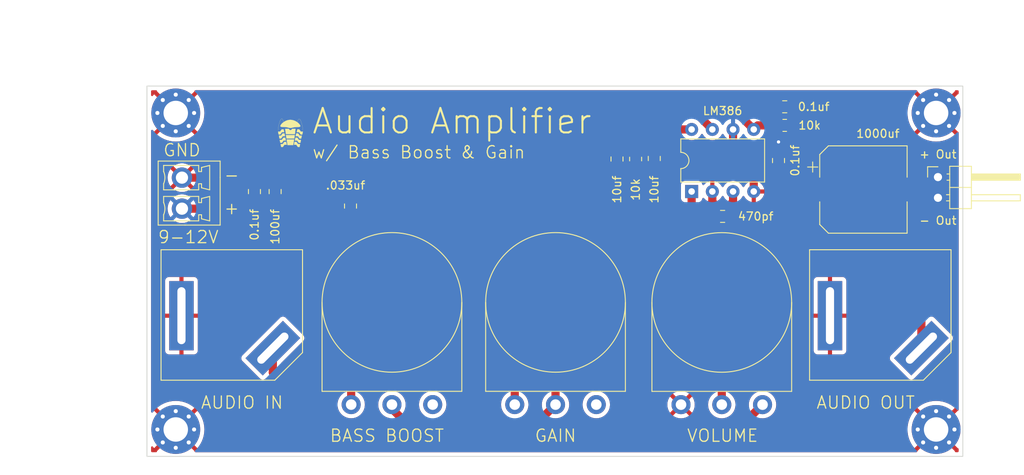
<source format=kicad_pcb>
(kicad_pcb (version 20211014) (generator pcbnew)
  (layers (0 "F.Cu" signal) (31 "B.Cu" signal) (34 "B.Paste" user) (35 "F.Paste" user) (36 "B.SilkS" user "B.Silkscreen") (37 "F.SilkS" user "F.Silkscreen") (38 "B.Mask" user) (39 "F.Mask" user) (44 "Edge.Cuts" user))
  (net 0 "")
  (net 1 "GND")
  (net 2 "+12V")
  (net 3 "Net-(C3-Pad2)")
  (net 4 "Net-(C5-Pad1)")
  (net 5 "Net-(C6-Pad1)")
  (net 6 "Net-(C6-Pad2)")
  (net 7 "Net-(C7-Pad1)")
  (net 8 "Net-(C7-Pad2)")
  (net 9 "Net-(C8-Pad1)")
  (net 10 "/AUDIO_OUT")
  (net 11 "/AUDIO_IN")
  (net 12 "Net-(R1-Pad1)")
  (net 14 "Net-(RV2-Pad2)")
  (footprint "Capacitor_SMD:C_0805_2012Metric" (layer "F.Cu") (at 93.298 132.842 -90)
    (fp_text reference "C7" hide)
    (fp_text value "C" hide)
    (fp_line (start -0.261252 0.735) (end 0.261252 0.735) (layer "F.SilkS") (width 0.12))
    (fp_line (start -0.261252 -0.735) (end 0.261252 -0.735) (layer "F.SilkS") (width 0.12))
    (pad "1" smd roundrect locked (at -0.95 0 270) (size 1 1.45) (layers "F.Cu" "F.Paste" "F.Mask") (net 7 "Net-(C7-Pad1)"))
    (pad "2" smd roundrect locked (at 0.95 0 270) (size 1 1.45) (layers "F.Cu" "F.Paste" "F.Mask") (net 8 "Net-(C7-Pad2)"))
  )
  (footprint "LIBRARY-8-bit-computer:ACJS-MV35-3S-audio-jack" (layer "F.Cu") (at 157.734 145.571)
    (fp_text reference "J3" hide)
    (fp_text value "AudioJack2" hide)
    (fp_line (start 9.225 5.265) (end 9.225 -7.366) (layer "F.SilkS") (width 0.12))
    (fp_line (start 9.225 -7.366) (end -8.128 -7.366) (layer "F.SilkS") (width 0.12))
    (fp_line (start -8.128 8.655) (end 5.825 8.655) (layer "F.SilkS") (width 0.12))
    (fp_line (start -8.128 -7.366) (end -8.128 8.655) (layer "F.SilkS") (width 0.12))
    (fp_line (start 5.825 8.655) (end 9.225 5.255) (layer "F.SilkS") (width 0.12))
    (pad "S" thru_hole rect (at -5.625 0.733) (size 3 8.5) (drill oval 1 7) (layers *.Cu *.Mask) (net 1 "GND"))
    (pad "T" thru_hole rect (at 5.585 4.715 315) (size 3 6.5) (drill oval 1 5) (layers *.Cu *.Mask) (net 10 "/AUDIO_OUT"))
  )
  (footprint "MountingHole:MountingHole_3mm_Pad_Via" (layer "F.Cu") (at 71.861 160.274)
    (fp_text reference "H2" hide)
    (fp_text value "MountingHole_Pad" hide)
    (pad "1" thru_hole circle locked (at -1.59099 -1.59099) (size 0.8 0.8) (drill 0.5) (layers *.Cu *.Mask) (net 1 "GND"))
    (pad "1" thru_hole circle locked (at 0 -2.25) (size 0.8 0.8) (drill 0.5) (layers *.Cu *.Mask) (net 1 "GND"))
    (pad "1" thru_hole circle locked (at 2.25 0) (size 0.8 0.8) (drill 0.5) (layers *.Cu *.Mask) (net 1 "GND"))
    (pad "1" thru_hole circle locked (at -2.25 0) (size 0.8 0.8) (drill 0.5) (layers *.Cu *.Mask) (net 1 "GND"))
    (pad "1" thru_hole circle locked (at 0 2.25) (size 0.8 0.8) (drill 0.5) (layers *.Cu *.Mask) (net 1 "GND"))
    (pad "1" thru_hole circle locked (at 0 0) (size 6 6) (drill 3) (layers *.Cu *.Mask) (net 1 "GND"))
    (pad "1" thru_hole circle locked (at 1.59099 1.59099) (size 0.8 0.8) (drill 0.5) (layers *.Cu *.Mask) (net 1 "GND"))
    (pad "1" thru_hole circle locked (at 1.59099 -1.59099) (size 0.8 0.8) (drill 0.5) (layers *.Cu *.Mask) (net 1 "GND"))
    (pad "1" thru_hole circle locked (at -1.59099 1.59099) (size 0.8 0.8) (drill 0.5) (layers *.Cu *.Mask) (net 1 "GND"))
  )
  (footprint "Capacitor_SMD:C_0805_2012Metric" (layer "F.Cu") (at 130.556 127 -90)
    (fp_text reference "C6" hide)
    (fp_text value "C" hide)
    (fp_line (start -0.261252 0.735) (end 0.261252 0.735) (layer "F.SilkS") (width 0.12))
    (fp_line (start -0.261252 -0.735) (end 0.261252 -0.735) (layer "F.SilkS") (width 0.12))
    (pad "1" smd roundrect locked (at -0.95 0 270) (size 1 1.45) (layers "F.Cu" "F.Paste" "F.Mask") (net 5 "Net-(C6-Pad1)"))
    (pad "2" smd roundrect locked (at 0.95 0 270) (size 1 1.45) (layers "F.Cu" "F.Paste" "F.Mask") (net 6 "Net-(C6-Pad2)"))
  )
  (footprint "Capacitor_SMD:C_0805_2012Metric" (layer "F.Cu") (at 81.513 131.064 -90)
    (fp_text reference "C1" hide)
    (fp_text value "C" hide)
    (fp_line (start -0.261252 -0.735) (end 0.261252 -0.735) (layer "F.SilkS") (width 0.12))
    (fp_line (start -0.261252 0.735) (end 0.261252 0.735) (layer "F.SilkS") (width 0.12))
    (pad "1" smd roundrect locked (at -0.95 0 270) (size 1 1.45) (layers "F.Cu" "F.Paste" "F.Mask") (net 1 "GND"))
    (pad "2" smd roundrect locked (at 0.95 0 270) (size 1 1.45) (layers "F.Cu" "F.Paste" "F.Mask") (net 2 "+12V"))
  )
  (footprint "Package_DIP:DIP-8_W7.62mm" (layer "F.Cu") (at 135.138 131.054 90)
    (fp_text reference "U1" hide)
    (fp_text value "LM386" hide)
    (fp_line (start 2.81 -1.33) (end 1.16 -1.33) (layer "F.SilkS") (width 0.12))
    (fp_line (start 1.16 -1.33) (end 1.16 8.95) (layer "F.SilkS") (width 0.12))
    (fp_line (start 1.16 8.95) (end 6.46 8.95) (layer "F.SilkS") (width 0.12))
    (fp_line (start 6.46 -1.33) (end 4.81 -1.33) (layer "F.SilkS") (width 0.12))
    (fp_line (start 6.46 8.95) (end 6.46 -1.33) (layer "F.SilkS") (width 0.12))
    (fp_arc (start 4.81 -1.33) (mid 3.81 -0.33) (end 2.81 -1.33) (layer "F.SilkS") (width 0.12))
    (pad "1" thru_hole rect locked (at 0 0 90) (size 1.6 1.6) (drill 0.8) (layers *.Cu *.Mask) (net 14 "Net-(RV2-Pad2)"))
    (pad "2" thru_hole oval locked (at 0 2.54 90) (size 1.6 1.6) (drill 0.8) (layers *.Cu *.Mask) (net 1 "GND"))
    (pad "3" thru_hole oval locked (at 0 5.08 90) (size 1.6 1.6) (drill 0.8) (layers *.Cu *.Mask) (net 3 "Net-(C3-Pad2)"))
    (pad "4" thru_hole oval locked (at 0 7.62 90) (size 1.6 1.6) (drill 0.8) (layers *.Cu *.Mask) (net 1 "GND"))
    (pad "5" thru_hole oval locked (at 7.62 7.62 90) (size 1.6 1.6) (drill 0.8) (layers *.Cu *.Mask) (net 7 "Net-(C7-Pad1)"))
    (pad "6" thru_hole oval locked (at 7.62 5.08 90) (size 1.6 1.6) (drill 0.8) (layers *.Cu *.Mask) (net 2 "+12V"))
    (pad "7" thru_hole oval locked (at 7.62 2.54 90) (size 1.6 1.6) (drill 0.8) (layers *.Cu *.Mask) (net 12 "Net-(R1-Pad1)"))
    (pad "8" thru_hole oval locked (at 7.62 0 90) (size 1.6 1.6) (drill 0.8) (layers *.Cu *.Mask) (net 5 "Net-(C6-Pad1)"))
  )
  (footprint "Capacitor_SMD:C_0805_2012Metric" (layer "F.Cu") (at 145.796 127.254 90)
    (fp_text reference "C4" hide)
    (fp_text value "C" hide)
    (fp_line (start -0.261252 0.735) (end 0.261252 0.735) (layer "F.SilkS") (width 0.12))
    (fp_line (start -0.261252 -0.735) (end 0.261252 -0.735) (layer "F.SilkS") (width 0.12))
    (pad "1" smd roundrect locked (at -0.95 0 90) (size 1 1.45) (layers "F.Cu" "F.Paste" "F.Mask") (net 1 "GND"))
    (pad "2" smd roundrect locked (at 0.95 0 90) (size 1 1.45) (layers "F.Cu" "F.Paste" "F.Mask") (net 2 "+12V"))
  )
  (footprint "Potentiometer_THT:Potentiometer_Omeg_PC16BU_Vertical" (layer "F.Cu") (at 123.444 157.22 90)
    (fp_text reference "RV2" hide)
    (fp_text value "R_Potentiometer_US" hide)
    (fp_line (start 1.63 -13.57) (end 1.63 3.57) (layer "F.SilkS") (width 0.12))
    (fp_line (start 1.63 3.57) (end 12.55 3.57) (layer "F.SilkS") (width 0.12))
    (fp_line (start 1.63 -13.57) (end 12.55 -13.57) (layer "F.SilkS") (width 0.12))
    (fp_circle (center 12.55 -5) (end 21.12 -5) (layer "F.SilkS") (width 0.12) (fill none))
    (pad "1" thru_hole circle (at 0 0 90) (size 2.34 2.34) (drill 1.3) (layers *.Cu *.Mask))
    (pad "2" thru_hole circle (at 0 -5 90) (size 2.34 2.34) (drill 1.3) (layers *.Cu *.Mask) (net 14 "Net-(RV2-Pad2)"))
    (pad "3" thru_hole circle (at 0 -10 90) (size 2.34 2.34) (drill 1.3) (layers *.Cu *.Mask) (net 6 "Net-(C6-Pad2)"))
  )
  (footprint "Potentiometer_THT:Potentiometer_Omeg_PC16BU_Vertical" (layer "F.Cu") (at 103.378 157.22 90)
    (fp_text reference "RV3" hide)
    (fp_text value "R_Potentiometer_US" hide)
    (fp_line (start 1.63 -13.57) (end 1.63 3.57) (layer "F.SilkS") (width 0.12))
    (fp_line (start 1.63 3.57) (end 12.55 3.57) (layer "F.SilkS") (width 0.12))
    (fp_line (start 1.63 -13.57) (end 12.55 -13.57) (layer "F.SilkS") (width 0.12))
    (fp_circle (center 12.55 -5) (end 21.12 -5) (layer "F.SilkS") (width 0.12) (fill none))
    (pad "1" thru_hole circle (at 0 0 90) (size 2.34 2.34) (drill 1.3) (layers *.Cu *.Mask))
    (pad "2" thru_hole circle (at 0 -5 90) (size 2.34 2.34) (drill 1.3) (layers *.Cu *.Mask) (net 14 "Net-(RV2-Pad2)"))
    (pad "3" thru_hole circle (at 0 -10 90) (size 2.34 2.34) (drill 1.3) (layers *.Cu *.Mask) (net 8 "Net-(C7-Pad2)"))
  )
  (footprint "MountingHole:MountingHole_3mm_Pad_Via" (layer "F.Cu") (at 165.125 121.412)
    (fp_text reference "H4" hide)
    (fp_text value "MountingHole_Pad" hide)
    (pad "1" thru_hole circle locked (at -2.25 0) (size 0.8 0.8) (drill 0.5) (layers *.Cu *.Mask) (net 1 "GND"))
    (pad "1" thru_hole circle locked (at 0 0) (size 6 6) (drill 3) (layers *.Cu *.Mask) (net 1 "GND"))
    (pad "1" thru_hole circle locked (at 2.25 0) (size 0.8 0.8) (drill 0.5) (layers *.Cu *.Mask) (net 1 "GND"))
    (pad "1" thru_hole circle locked (at 0 -2.25) (size 0.8 0.8) (drill 0.5) (layers *.Cu *.Mask) (net 1 "GND"))
    (pad "1" thru_hole circle locked (at 1.59099 -1.59099) (size 0.8 0.8) (drill 0.5) (layers *.Cu *.Mask) (net 1 "GND"))
    (pad "1" thru_hole circle locked (at -1.59099 -1.59099) (size 0.8 0.8) (drill 0.5) (layers *.Cu *.Mask) (net 1 "GND"))
    (pad "1" thru_hole circle locked (at -1.59099 1.59099) (size 0.8 0.8) (drill 0.5) (layers *.Cu *.Mask) (net 1 "GND"))
    (pad "1" thru_hole circle locked (at 0 2.25) (size 0.8 0.8) (drill 0.5) (layers *.Cu *.Mask) (net 1 "GND"))
    (pad "1" thru_hole circle locked (at 1.59099 1.59099) (size 0.8 0.8) (drill 0.5) (layers *.Cu *.Mask) (net 1 "GND"))
  )
  (footprint "Resistor_SMD:R_0805_2012Metric" (layer "F.Cu") (at 128.27 127.066 -90)
    (fp_text reference "R1" hide)
    (fp_text value "R_Small_US" hide)
    (fp_line (start -0.227064 0.735) (end 0.227064 0.735) (layer "F.SilkS") (width 0.12))
    (fp_line (start -0.227064 -0.735) (end 0.227064 -0.735) (layer "F.SilkS") (width 0.12))
    (pad "1" smd roundrect (at -0.9125 0 270) (size 1.025 1.4) (layers "F.Cu" "F.Paste" "F.Mask") (roundrect_rratio 0.243902439) (net 12 "Net-(R1-Pad1)"))
    (pad "2" smd roundrect (at 0.9125 0 270) (size 1.025 1.4) (layers "F.Cu" "F.Paste" "F.Mask") (roundrect_rratio 0.243902439) (net 4 "Net-(C5-Pad1)"))
  )
  (footprint "LIBRARY-8-bit-computer:ACJS-MV35-3S-audio-jack" (layer "F.Cu") (at 78.186 145.572)
    (fp_text reference "J1" hide)
    (fp_text value "AudioJack2" hide)
    (fp_line (start 9.225 5.265) (end 9.225 -7.366) (layer "F.SilkS") (width 0.12))
    (fp_line (start 9.225 -7.366) (end -8.128 -7.366) (layer "F.SilkS") (width 0.12))
    (fp_line (start -8.128 -7.366) (end -8.128 8.655) (layer "F.SilkS") (width 0.12))
    (fp_line (start 5.825 8.655) (end 9.225 5.255) (layer "F.SilkS") (width 0.12))
    (fp_line (start -8.128 8.655) (end 5.825 8.655) (layer "F.SilkS") (width 0.12))
    (pad "S" thru_hole rect (at -5.625 0.733) (size 3 8.5) (drill oval 1 7) (layers *.Cu *.Mask) (net 1 "GND"))
    (pad "T" thru_hole rect (at 5.585 4.715 315) (size 3 6.5) (drill oval 1 5) (layers *.Cu *.Mask) (net 11 "/AUDIO_IN"))
  )
  (footprint "Potentiometer_THT:Potentiometer_Omeg_PC16BU_Vertical" (layer "F.Cu") (at 143.837 157.226 90)
    (fp_text reference "RV1" hide)
    (fp_text value "R_Potentiometer_US" hide)
    (fp_line (start 1.63 3.57) (end 12.55 3.57) (layer "F.SilkS") (width 0.12))
    (fp_line (start 1.63 -13.57) (end 12.55 -13.57) (layer "F.SilkS") (width 0.12))
    (fp_line (start 1.63 -13.57) (end 1.63 3.57) (layer "F.SilkS") (width 0.12))
    (fp_circle (center 12.55 -5) (end 21.12 -5) (layer "F.SilkS") (width 0.12) (fill none))
    (pad "1" thru_hole circle (at 0 0 90) (size 2.34 2.34) (drill 1.3) (layers *.Cu *.Mask) (net 11 "/AUDIO_IN"))
    (pad "2" thru_hole circle (at 0 -5 90) (size 2.34 2.34) (drill 1.3) (layers *.Cu *.Mask) (net 3 "Net-(C3-Pad2)"))
    (pad "3" thru_hole circle (at 0 -10 90) (size 2.34 2.34) (drill 1.3) (layers *.Cu *.Mask) (net 1 "GND"))
  )
  (footprint "Stephenv6:trilobyte-logo-tiny" (layer "F.Cu") (at 85.922 117.986558)
    (fp_text reference "REF**" hide)
    (fp_text value "trilobyte-logo-tiny" hide)
    (fp_line (start -1.499947 5.371484) (end -1.517902 5.521455) (layer "F.SilkS") (width 0.013229))
    (fp_line (start -1.017583 4.145139) (end -1.034326 4.13949) (layer "F.SilkS") (width 0.013229))
    (fp_line (start -1.397819 4.804102) (end -1.442727 5.015423) (layer "F.SilkS") (width 0.013229))
    (fp_line (start -1.190348 4.248147) (end -1.190348 4.248147) (layer "F.SilkS") (width 0.013229))
    (fp_line (start 1.462679 5.036126) (end 1.496527 5.231095) (layer "F.SilkS") (width 0.013229))
    (fp_line (start -0.941923 4.225934) (end -0.97064 4.183765) (layer "F.SilkS") (width 0.013229))
    (fp_line (start -1.308313 4.495001) (end -1.341206 4.594051) (layer "F.SilkS") (width 0.013229))
    (fp_line (start -1.107215 4.157432) (end -1.126997 4.172876) (layer "F.SilkS") (width 0.013229))
    (fp_line (start -0.753785 4.968872) (end -0.787086 4.771878) (layer "F.SilkS") (width 0.013229))
    (fp_line (start 1.210349 4.268917) (end 1.210349 4.268917) (layer "F.SilkS") (width 0.013229))
    (fp_line (start -1.147436 4.193033) (end -1.168547 4.218069) (layer "F.SilkS") (width 0.013229))
    (fp_line (start 0.844399 4.605083) (end 0.864877 4.518135) (layer "F.SilkS") (width 0.013229))
    (fp_line (start -0.890087 4.343738) (end -0.915115 4.279699) (layer "F.SilkS") (width 0.013229))
    (fp_line (start -1.126997 4.172876) (end -1.147436 4.193033) (layer "F.SilkS") (width 0.013229))
    (fp_line (start 1.51993 5.392142) (end 1.537903 5.542092) (layer "F.SilkS") (width 0.013229))
    (fp_line (start -1.168547 4.218069) (end -1.190348 4.248147) (layer "F.SilkS") (width 0.013229))
    (fp_line (start -0.915115 4.279699) (end -0.941923 4.225934) (layer "F.SilkS") (width 0.013229))
    (fp_line (start 0.773786 4.989642) (end 0.807092 4.792648) (layer "F.SilkS") (width 0.013229))
    (fp_line (start -0.82438 4.584313) (end -0.84485 4.497365) (layer "F.SilkS") (width 0.013229))
    (fp_line (start -1.232963 4.319849) (end -1.272259 4.402867) (layer "F.SilkS") (width 0.013229))
    (fp_line (start -1.034326 4.13949) (end -1.051645 4.137731) (layer "F.SilkS") (width 0.013229))
    (fp_line (start 0.864877 4.518135) (end 0.886745 4.437504) (layer "F.SilkS") (width 0.013229))
    (fp_line (start 1.210349 4.268917) (end 1.252942 4.340618) (layer "F.SilkS") (width 0.013229))
    (fp_line (start 1.496527 5.231095) (end 1.51993 5.392142) (layer "F.SilkS") (width 0.013229))
    (fp_line (start 1.054383 4.16026) (end 1.071699 4.1585) (layer "F.SilkS") (width 0.013229))
    (fp_line (start 0.910131 4.364508) (end 0.935166 4.300469) (layer "F.SilkS") (width 0.013229))
    (fp_line (start -0.84485 4.497365) (end -0.866709 4.416734) (layer "F.SilkS") (width 0.013229))
    (fp_line (start 1.18856 4.238838) (end 1.210349 4.268917) (layer "F.SilkS") (width 0.013229))
    (fp_line (start 1.292222 4.423631) (end 1.328265 4.515758) (layer "F.SilkS") (width 0.013229))
    (fp_line (start 0.935166 4.300469) (end 0.961979 4.246704) (layer "F.SilkS") (width 0.013229))
    (fp_line (start 1.252942 4.340618) (end 1.292222 4.423631) (layer "F.SilkS") (width 0.013229))
    (fp_line (start 1.005816 4.188211) (end 1.021458 4.17528) (layer "F.SilkS") (width 0.013229))
    (fp_line (start 1.037641 4.165909) (end 1.054383 4.16026) (layer "F.SilkS") (width 0.013229))
    (fp_line (start -1.47656 5.210416) (end -1.499947 5.371484) (layer "F.SilkS") (width 0.013229))
    (fp_line (start 1.108118 4.167306) (end 1.127254 4.178202) (layer "F.SilkS") (width 0.013229))
    (fp_line (start 1.417762 4.82483) (end 1.462679 5.036126) (layer "F.SilkS") (width 0.013229))
    (fp_line (start -0.866709 4.416734) (end -0.890087 4.343738) (layer "F.SilkS") (width 0.013229))
    (fp_line (start 1.089605 4.160794) (end 1.108118 4.167306) (layer "F.SilkS") (width 0.013229))
    (fp_line (start 1.147029 4.193646) (end 1.167459 4.213803) (layer "F.SilkS") (width 0.013229))
    (fp_line (start 0.807092 4.792648) (end 0.844399 4.605083) (layer "F.SilkS") (width 0.013229))
    (fp_line (start -1.442727 5.015423) (end -1.47656 5.210416) (layer "F.SilkS") (width 0.013229))
    (fp_line (start 1.167459 4.213803) (end 1.18856 4.238838) (layer "F.SilkS") (width 0.013229))
    (fp_line (start 0.961979 4.246704) (end 0.990699 4.204535) (layer "F.SilkS") (width 0.013229))
    (fp_line (start -0.787086 4.771878) (end -0.82438 4.584313) (layer "F.SilkS") (width 0.013229))
    (fp_line (start 1.021458 4.17528) (end 1.037641 4.165909) (layer "F.SilkS") (width 0.013229))
    (fp_line (start -0.985756 4.167441) (end -1.001398 4.154511) (layer "F.SilkS") (width 0.013229))
    (fp_line (start -1.272259 4.402867) (end -1.308313 4.495001) (layer "F.SilkS") (width 0.013229))
    (fp_line (start -1.190348 4.248147) (end -1.232963 4.319849) (layer "F.SilkS") (width 0.013229))
    (fp_line (start -1.069555 4.140024) (end -1.088073 4.146536) (layer "F.SilkS") (width 0.013229))
    (fp_line (start 1.071699 4.1585) (end 1.089605 4.160794) (layer "F.SilkS") (width 0.013229))
    (fp_line (start -1.341206 4.594051) (end -1.371015 4.697818) (layer "F.SilkS") (width 0.013229))
    (fp_line (start -0.97064 4.183765) (end -0.985756 4.167441) (layer "F.SilkS") (width 0.013229))
    (fp_line (start 1.127254 4.178202) (end 1.147029 4.193646) (layer "F.SilkS") (width 0.013229))
    (fp_line (start 0.990699 4.204535) (end 1.005816 4.188211) (layer "F.SilkS") (width 0.013229))
    (fp_line (start -1.371015 4.697818) (end -1.397819 4.804102) (layer "F.SilkS") (width 0.013229))
    (fp_line (start 1.390957 4.718557) (end 1.417762 4.82483) (layer "F.SilkS") (width 0.013229))
    (fp_line (start -1.088073 4.146536) (end -1.107215 4.157432) (layer "F.SilkS") (width 0.013229))
    (fp_line (start 0.886745 4.437504) (end 0.910131 4.364508) (layer "F.SilkS") (width 0.013229))
    (fp_line (start -1.051645 4.137731) (end -1.069555 4.140024) (layer "F.SilkS") (width 0.013229))
    (fp_line (start 1.361151 4.6148) (end 1.390957 4.718557) (layer "F.SilkS") (width 0.013229))
    (fp_line (start 1.328265 4.515758) (end 1.361151 4.6148) (layer "F.SilkS") (width 0.013229))
    (fp_line (start -1.001398 4.154511) (end -1.017583 4.145139) (layer "F.SilkS") (width 0.013229))
    (fp_poly (pts (xy -0.46539 6.67398) (xy -0.352942 7.371156) (xy 0.347014 7.371156) (xy 0.459462 6.67398) (xy -0.46539 6.67398)) (layer "F.SilkS") (width 0.013229) (fill solid))
    (fp_poly (pts (xy -0.825091 5.434804) (xy -0.759606 5.795431) (xy -1.045092 5.795431) (xy -1.232152 6.067422) (xy -1.450169 6.067422) (xy -1.511817 5.704811) (xy -1.261124 5.706795) (xy -1.066258 5.434804) (xy -0.825091 5.434804)) (layer "F.SilkS") (width 0.013229) (fill solid))
    (fp_poly (pts (xy 0.591489 4.7199) (xy 0.588609 4.722146) (xy 0.585669 4.72431) (xy 0.582672 4.726392) (xy 0.579619 4.728389) (xy 0.576512 4.7303) (xy 0.573352 4.732125) (xy 0.570142 4.733862) (xy 0.566882 4.73551) (xy 0.565314 4.734224) (xy 0.561277 4.730979) (xy 0.558646 4.728908) (xy 0.555776 4.726692) (xy 0.552791 4.724445) (xy 0.549817 4.722281) (xy 0.547521 4.720793) (xy 0.545204 4.719338) (xy 0.542868 4.717915) (xy 0.540512 4.716525) (xy 0.538137 4.715169) (xy 0.535743 4.713846) (xy 0.53333 4.712556) (xy 0.530899 4.711301) (xy 0.520299 4.70505) (xy 0.513728 4.701106) (xy 0.506425 4.696617) (xy 0.482745 4.685768) (xy 0.478228 4.683897) (xy 0.472806 4.681717) (xy 0.469752 4.680537) (xy 0.466467 4.679313) (xy 0.462949 4.678054) (xy 0.459197 4.676772) (xy 0.447902 4.673267) (xy 0.441058 4.671191) (xy 0.433532 4.668967) (xy 0.42064 4.665311) (xy 0.412848 4.663193) (xy 0.404213 4.660947) (xy 0.394779 4.65862) (xy 0.384586 4.656261) (xy 0.373678 4.653917) (xy 0.362095 4.651637) (xy 0.351921 4.649786) (xy 0.341721 4.648099) (xy 0.331496 4.646577) (xy 0.321249 4.645221) (xy 0.310981 4.64403) (xy 0.300695 4.643004) (xy 0.290391 4.642144) (xy 0.280074 4.641451) (xy 0.278916 4.632802) (xy 0.277953 4.624875) (xy 0.277516 4.620852) (xy 0.277163 4.617109) (xy 0.276691 4.612367) (xy 0.276377 4.607617) (xy 0.276222 4.602861) (xy 0.276226 4.598103) (xy 0.276388 4.593349) (xy 0.276709 4.588601) (xy 0.277187 4.583864) (xy 0.277825 4.579142) (xy 0.278632 4.575153) (xy 0.279516 4.571182) (xy 0.280477 4.56723) (xy 0.281515 4.563298) (xy 0.282629 4.559387) (xy 0.283818 4.555497) (xy 0.285083 4.551631) (xy 0.286423 4.547788) (xy 0.286424 4.547788) (xy 0.309525 4.55017) (xy 0.320343 4.551393) (xy 0.332132 4.552811) (xy 0.344372 4.554397) (xy 0.356538 4.556123) (xy 0.366155 4.557602) (xy 0.375748 4.559216) (xy 0.385316 4.560966) (xy 0.394859 4.56285) (xy 0.404373 4.56487) (xy 0.413859 4.567023) (xy 0.423314 4.569311) (xy 0.432738 4.571733) (xy 0.44153 4.574085) (xy 0.450284 4.576569) (xy 0.458999 4.579185) (xy 0.467672 4.581932) (xy 0.476303 4.58481) (xy 0.48489 4.587818) (xy 0.493432 4.590956) (xy 0.501926 4.594223) (xy 0.515156 4.599647) (xy 0.522316 4.602458) (xy 0.525927 4.603926) (xy 0.529576 4.605468) (xy 0.533807 4.607359) (xy 0.53882 4.609685) (xy 0.549155 4.614596) (xy 0.553969 4.617186) (xy 0.558496 4.619689) (xy 0.566733 4.624386) (xy 0.573954 4.628586) (xy 0.580244 4.632191) (xy 0.583443 4.633977) (xy 0.586617 4.635806) (xy 0.589766 4.637678) (xy 0.592889 4.639593) (xy 0.595986 4.641549) (xy 0.599056 4.643548) (xy 0.602099 4.645588) (xy 0.605114 4.647669) (xy 0.60785 4.649735) (xy 0.610547 4.651849) (xy 0.613205 4.654011) (xy 0.615823 4.656222) (xy 0.618401 4.658479) (xy 0.620937 4.660783) (xy 0.623432 4.663133) (xy 0.625884 4.665528) (xy 0.608422 4.696881) (xy 0.607693 4.698537) (xy 0.606917 4.700169) (xy 0.606095 4.701775) (xy 0.605227 4.703354) (xy 0.604313 4.704906) (xy 0.603356 4.706429) (xy 0.602354 4.707924) (xy 0.60131 4.709388) (xy 0.600223 4.710821) (xy 0.599095 4.712222) (xy 0.597926 4.713589) (xy 0.596716 4.714923) (xy 0.595467 4.716222) (xy 0.594178 4.717485) (xy 0.592852 4.718711) (xy 0.591488 4.7199) (xy 0.591489 4.7199)) (layer "F.SilkS") (width 0.013229) (fill solid))
    (fp_poly (pts (xy 0.845621 5.434804) (xy 0.780004 5.795431) (xy 1.06549 5.795431) (xy 1.25255 6.067422) (xy 1.470566 6.067422) (xy 1.532214 5.704811) (xy 1.281522 5.706795) (xy 1.086656 5.434804) (xy 0.845621 5.434804)) (layer "F.SilkS") (width 0.013229) (fill solid))
    (fp_poly (pts (xy -0.55548 6.131452) (xy 0.546509 6.131452) (xy 0.481951 6.567088) (xy -0.479545 6.567088) (xy -0.55548 6.131452)) (layer "F.SilkS") (width 0.013229) (fill solid))
    (fp_poly (pts (xy 0.504838 6.969519) (xy 0.439221 7.330279) (xy 0.724706 7.330279) (xy 0.911767 7.60227) (xy 1.129783 7.60227) (xy 1.191431 7.239527) (xy 0.940739 7.241511) (xy 0.745873 6.969519) (xy 0.504838 6.969519)) (layer "F.SilkS") (width 0.013229) (fill solid))
    (fp_poly (pts (xy -0.00303 4.266536) (xy -0.069113 4.268348) (xy -0.13437 4.273651) (xy -0.198703 4.282246) (xy -0.262016 4.293934) (xy -0.32421 4.308515) (xy -0.38519 4.32579) (xy -0.444857 4.34556) (xy -0.503115 4.367625) (xy -0.615016 4.417845) (xy -0.720114 4.474856) (xy -0.817634 4.537063) (xy -0.906797 4.602871) (xy -0.986828 4.670687) (xy -1.056949 4.738917) (xy -1.116383 4.805965) (xy -1.164355 4.870239) (xy -1.200085 4.930143) (xy -1.222799 4.984083) (xy -1.229031 5.008318) (xy -1.231718 5.030465) (xy -1.230762 5.050323) (xy -1.226067 5.067695) (xy -1.219423 5.079972) (xy -1.210251 5.09087) (xy -1.198654 5.100477) (xy -1.184733 5.108882) (xy -1.168593 5.116176) (xy -1.150335 5.122447) (xy -1.130063 5.127785) (xy -1.107878 5.13228) (xy -1.058184 5.139097) (xy -1.002073 5.143613) (xy -0.87389 5.148607) (xy -0.729899 5.152988) (xy -0.65403 5.156737) (xy -0.576674 5.162479) (xy -0.498651 5.170931) (xy -0.420785 5.182808) (xy -0.382167 5.190254) (xy -0.343895 5.198825) (xy -0.306074 5.208609) (xy -0.268804 5.219698) (xy -0.237212 5.229651) (xy -0.205341 5.238342) (xy -0.17323 5.24577) (xy -0.140914 5.251933) (xy -0.108432 5.256832) (xy -0.07582 5.260466) (xy -0.043116 5.262834) (xy -0.010356 5.263936) (xy 0.022421 5.263771) (xy 0.05518 5.262339) (xy 0.087882 5.259639) (xy 0.120491 5.255671) (xy 0.15297 5.250434) (xy 0.185281 5.243928) (xy 0.217387 5.236152) (xy 0.249251 5.227106) (xy 0.326672 5.207381) (xy 0.405603 5.192106) (xy 0.485243 5.180607) (xy 0.564789 5.172209) (xy 0.720386 5.162017) (xy 0.865977 5.156131) (xy 0.995141 5.149154) (xy 1.051557 5.14357) (xy 1.101458 5.135688) (xy 1.144043 5.124835) (xy 1.178509 5.110334) (xy 1.192447 5.101506) (xy 1.204054 5.091512) (xy 1.213229 5.08027) (xy 1.219874 5.067695) (xy 1.224588 5.049974) (xy 1.225549 5.029809) (xy 1.222856 5.007398) (xy 1.216606 4.982938) (xy 1.206899 4.956625) (xy 1.193833 4.928658) (xy 1.177505 4.899232) (xy 1.158015 4.868546) (xy 1.13546 4.836796) (xy 1.109939 4.80418) (xy 1.08155 4.770895) (xy 1.050391 4.737138) (xy 1.016561 4.703106) (xy 0.980158 4.668996) (xy 0.94128 4.635006) (xy 0.900026 4.601333) (xy 0.856493 4.568174) (xy 0.810781 4.535726) (xy 0.762987 4.504186) (xy 0.71321 4.473751) (xy 0.661548 4.444619) (xy 0.608099 4.416987) (xy 0.552962 4.391052) (xy 0.496234 4.367012) (xy 0.438015 4.345062) (xy 0.378403 4.325401) (xy 0.317495 4.308226) (xy 0.255391 4.293733) (xy 0.192188 4.282121) (xy 0.127984 4.273586) (xy 0.062879 4.268325) (xy -0.00303 4.266536)) (layer "F.SilkS") (width 0.013229) (fill solid))
    (fp_poly (pts (xy -0.620965 6.455963) (xy -0.55548 6.81659) (xy -0.840833 6.81659) (xy -1.028026 7.088582) (xy -1.24591 7.088582) (xy -1.307691 6.72597) (xy -1.056866 6.727955) (xy -0.862132 6.455963) (xy -0.620965 6.455963)) (layer "F.SilkS") (width 0.013229) (fill solid))
    (fp_poly (pts (xy -0.720448 5.929045) (xy -0.654963 6.289804) (xy -0.940449 6.289804) (xy -1.127509 6.561796) (xy -1.345394 6.561796) (xy -1.407174 6.199185) (xy -1.156481 6.201037) (xy -0.961616 5.929045) (xy -0.720448 5.929045)) (layer "F.SilkS") (width 0.013229) (fill solid))
    (fp_poly (pts (xy -0.643983 5.370907) (xy -0.174877 5.370907) (xy -0.174098 5.37687) (xy -0.173147 5.382805) (xy -0.172026 5.388707) (xy -0.170736 5.394574) (xy -0.169277 5.4004) (xy -0.16765 5.406184) (xy -0.165856 5.41192) (xy -0.163897 5.417606) (xy -0.162846 5.420012) (xy -0.161749 5.422396) (xy -0.160607 5.424757) (xy -0.15942 5.427094) (xy -0.158188 5.429406) (xy -0.156912 5.431694) (xy -0.155592 5.433956) (xy -0.154229 5.436192) (xy -0.152823 5.438401) (xy -0.151373 5.440583) (xy -0.149882 5.442736) (xy -0.148349 5.444861) (xy -0.146774 5.446956) (xy -0.145158 5.449022) (xy -0.143501 5.451056) (xy -0.141804 5.45306) (xy -0.139515 5.455978) (xy -0.137175 5.458852) (xy -0.134784 5.461681) (xy -0.132342 5.464465) (xy -0.12985 5.467202) (xy -0.127309 5.469892) (xy -0.124719 5.472535) (xy -0.122081 5.475129) (xy -0.119397 5.477675) (xy -0.116665 5.480171) (xy -0.113888 5.482617) (xy -0.111066 5.485012) (xy -0.108199 5.487355) (xy -0.105289 5.489647) (xy -0.102335 5.491885) (xy -0.099339 5.494071) (xy -0.095465 5.49671) (xy -0.091534 5.499255) (xy -0.087548 5.501704) (xy -0.083508 5.504058) (xy -0.079415 5.506314) (xy -0.075273 5.508472) (xy -0.071082 5.510532) (xy -0.066844 5.512492) (xy -0.062561 5.514352) (xy -0.058235 5.516111) (xy -0.053868 5.517768) (xy -0.049461 5.519322) (xy -0.045016 5.520773) (xy -0.040535 5.52212) (xy -0.03602 5.523361) (xy -0.031473 5.524497) (xy -0.027056 5.525552) (xy -0.022616 5.5265) (xy -0.018156 5.52734) (xy -0.013678 5.528073) (xy -0.009184 5.528698) (xy -0.004675 5.529214) (xy -0.000154 5.529622) (xy 0.004378 5.529922) (xy 0.008588 5.530073) (xy 0.012799 5.530125) (xy 0.01701 5.530076) (xy 0.021217 5.529928) (xy 0.025419 5.529679) (xy 0.029615 5.52933) (xy 0.033802 5.528882) (xy 0.03798 5.528334) (xy 0.042011 5.527593) (xy 0.046021 5.526761) (xy 0.050008 5.525841) (xy 0.05397 5.524831) (xy 0.057907 5.523733) (xy 0.061817 5.522548) (xy 0.065698 5.521275) (xy 0.069549 5.519915) (xy 0.073369 5.518469) (xy 0.077155 5.516937) (xy 0.080907 5.51532) (xy 0.084623 5.513618) (xy 0.088302 5.511833) (xy 0.091942 5.509964) (xy 0.095541 5.508011) (xy 0.099099 5.505976) (xy 0.102816 5.503865) (xy 0.106485 5.501676) (xy 0.110102 5.49941) (xy 0.113669 5.497068) (xy 0.117182 5.494651) (xy 0.120641 5.492159) (xy 0.124046 5.489595) (xy 0.127394 5.486959) (xy 0.130684 5.484251) (xy 0.133917 5.481473) (xy 0.137089 5.478625) (xy 0.140201 5.475709) (xy 0.14325 5.472726) (xy 0.146237 5.469675) (xy 0.149159 5.466559) (xy 0.152016 5.463379) (xy 0.15456 5.46061) (xy 0.15703 5.457782) (xy 0.159426 5.454895) (xy 0.161747 5.45195) (xy 0.163991 5.44895) (xy 0.166158 5.445896) (xy 0.168247 5.442789) (xy 0.170256 5.439632) (xy 0.172185 5.436424) (xy 0.174034 5.433169) (xy 0.1758 5.429867) (xy 0.177483 5.42652) (xy 0.179083 5.423129) (xy 0.180598 5.419696) (xy 0.182026 5.416223) (xy 0.183369 5.412711) (xy 0.184965 5.407551) (xy 0.186493 5.40237) (xy 0.187952 5.39717) (xy 0.189343 5.391952) (xy 0.190665 5.386716) (xy 0.191918 5.381463) (xy 0.193102 5.376193) (xy 0.194217 5.370907) (xy 0.634483 5.370907) (xy 0.559474 6.024692) (xy -0.555877 6.024692) (xy -0.643983 5.370907)) (layer "F.SilkS") (width 0.013229) (fill solid))
    (fp_poly (pts (xy -0.513279 6.969519) (xy -0.447662 7.330279) (xy -0.733148 7.330279) (xy -0.920208 7.60227) (xy -1.138225 7.60227) (xy -1.199873 7.239527) (xy -0.94918 7.241511) (xy -0.754314 6.969519) (xy -0.513279 6.969519)) (layer "F.SilkS") (width 0.013229) (fill solid))
    (fp_poly (pts (xy 0.712006 5.929045) (xy 0.646522 6.289804) (xy 0.932007 6.289804) (xy 1.119068 6.561796) (xy 1.337084 6.561796) (xy 1.398732 6.199185) (xy 1.14804 6.201037) (xy 0.953174 5.929045) (xy 0.712006 5.929045)) (layer "F.SilkS") (width 0.013229) (fill solid))
    (fp_poly (pts (xy 0.612523 6.455963) (xy 0.547039 6.81659) (xy 0.832392 6.81659) (xy 1.019584 7.088582) (xy 1.237469 7.088582) (xy 1.299249 6.72597) (xy 1.048556 6.727955) (xy 0.853691 6.455963) (xy 0.612523 6.455963)) (layer "F.SilkS") (width 0.013229) (fill solid))
    (fp_poly (pts (xy -0.301348 4.606922) (xy -0.30145 4.607871) (xy -0.30172 4.609548) (xy -0.302538 4.614033) (xy -0.303729 4.620152) (xy -0.314845 4.62122) (xy -0.325934 4.622514) (xy -0.336992 4.624032) (xy -0.348016 4.625774) (xy -0.359003 4.627739) (xy -0.369948 4.629927) (xy -0.380849 4.632336) (xy -0.391702 4.634968) (xy -0.397398 4.636709) (xy -0.40307 4.638525) (xy -0.408716 4.640416) (xy -0.414337 4.64238) (xy -0.419932 4.644419) (xy -0.425499 4.646531) (xy -0.431039 4.648716) (xy -0.43655 4.650975) (xy -0.438162 4.651618) (xy -0.439975 4.652373) (xy -0.444504 4.654316) (xy -0.450744 4.657003) (xy -0.459304 4.660633) (xy -0.482323 4.670422) (xy -0.48719 4.672742) (xy -0.492019 4.675137) (xy -0.49681 4.677607) (xy -0.501562 4.680151) (xy -0.506273 4.682769) (xy -0.510944 4.68546) (xy -0.515572 4.688223) (xy -0.520158 4.691059) (xy -0.525081 4.694723) (xy -0.52995 4.698538) (xy -0.539654 4.706439) (xy -0.544556 4.710431) (xy -0.549533 4.714389) (xy -0.554619 4.718266) (xy -0.557212 4.72016) (xy -0.559846 4.722016) (xy -0.560278 4.722556) (xy -0.560719 4.723088) (xy -0.561169 4.723612) (xy -0.561628 4.724129) (xy -0.562096 4.724638) (xy -0.562572 4.725139) (xy -0.563056 4.725632) (xy -0.563549 4.726117) (xy -0.564348 4.726898) (xy -0.565077 4.727576) (xy -0.565766 4.728187) (xy -0.566444 4.728763) (xy -0.567884 4.729949) (xy -0.568706 4.730628) (xy -0.569635 4.731409) (xy -0.574662 4.736436) (xy -0.581938 4.744638) (xy -0.586833 4.750326) (xy -0.591159 4.748767) (xy -0.595439 4.747094) (xy -0.599671 4.745308) (xy -0.603853 4.743409) (xy -0.607983 4.7414) (xy -0.612059 4.739281) (xy -0.616078 4.737052) (xy -0.620038 4.734716) (xy -0.622086 4.733576) (xy -0.624096 4.732377) (xy -0.626066 4.73112) (xy -0.627996 4.729806) (xy -0.629883 4.728436) (xy -0.631728 4.727011) (xy -0.633529 4.725532) (xy -0.635284 4.724001) (xy -0.636993 4.722418) (xy -0.638654 4.720784) (xy -0.640266 4.719101) (xy -0.641828 4.717369) (xy -0.64334 4.71559) (xy -0.644799 4.713764) (xy -0.646204 4.711893) (xy -0.647555 4.709977) (xy -0.657609 4.691457) (xy -0.641734 4.673862) (xy -0.635913 4.667925) (xy -0.63113 4.663091) (xy -0.628998 4.660961) (xy -0.627315 4.65931) (xy -0.623572 4.655681) (xy -0.619768 4.652119) (xy -0.615903 4.648625) (xy -0.611978 4.645198) (xy -0.607994 4.641841) (xy -0.603952 4.638553) (xy -0.599853 4.635336) (xy -0.595697 4.63219) (xy -0.592168 4.629313) (xy -0.588592 4.626497) (xy -0.584971 4.623741) (xy -0.581303 4.621046) (xy -0.577592 4.618414) (xy -0.573836 4.615843) (xy -0.570037 4.613336) (xy -0.566196 4.610892) (xy -0.564048 4.609563) (xy -0.561863 4.608246) (xy -0.557332 4.6056) (xy -0.547278 4.599911) (xy -0.540529 4.596182) (xy -0.535157 4.593297) (xy -0.531149 4.591205) (xy -0.528493 4.589857) (xy -0.516851 4.584036) (xy -0.501875 4.577167) (xy -0.486736 4.570687) (xy -0.47144 4.564597) (xy -0.455997 4.558902) (xy -0.440413 4.553604) (xy -0.424696 4.548705) (xy -0.408854 4.544208) (xy -0.392894 4.540116) (xy -0.378848 4.537192) (xy -0.364865 4.534588) (xy -0.351501 4.532325) (xy -0.339316 4.530425) (xy -0.313519 4.526886) (xy -0.312543 4.529197) (xy -0.310178 4.534956) (xy -0.308739 4.538578) (xy -0.307268 4.542401) (xy -0.305872 4.546206) (xy -0.304655 4.549773) (xy -0.303712 4.553266) (xy -0.302866 4.55678) (xy -0.302119 4.560311) (xy -0.301469 4.563858) (xy -0.300917 4.567419) (xy -0.300463 4.570992) (xy -0.300108 4.574575) (xy -0.29985 4.578165) (xy -0.299692 4.581761) (xy -0.299632 4.585361) (xy -0.29967 4.588962) (xy -0.299808 4.592563) (xy -0.300044 4.596162) (xy -0.300379 4.599756) (xy -0.300814 4.603344) (xy -0.301348 4.606922)) (layer "F.SilkS") (width 0.013229) (fill solid))
  )
  (footprint "Capacitor_SMD:CP_Elec_10x10.5" (layer "F.Cu") (at 156.21 130.81)
    (fp_text reference "C9" hide)
    (fp_text value "C_Polarized_US" hide)
    (fp_line (start -5.36 4.295563) (end -5.36 1.51) (layer "F.SilkS") (width 0.12))
    (fp_line (start 5.36 5.36) (end 5.36 1.51) (layer "F.SilkS") (width 0.12))
    (fp_line (start -5.36 -4.295563) (end -5.36 -1.51) (layer "F.SilkS") (width 0.12))
    (fp_line (start 5.36 -5.36) (end 5.36 -1.51) (layer "F.SilkS") (width 0.12))
    (fp_line (start -4.295563 5.36) (end 5.36 5.36) (layer "F.SilkS") (width 0.12))
    (fp_line (start -6.225 -3.385) (end -6.225 -2.135) (layer "F.SilkS") (width 0.12))
    (fp_line (start -6.85 -2.76) (end -5.6 -2.76) (layer "F.SilkS") (width 0.12))
    (fp_line (start -4.295563 -5.36) (end 5.36 -5.36) (layer "F.SilkS") (width 0.12))
    (fp_line (start -5.36 -4.295563) (end -4.295563 -5.36) (layer "F.SilkS") (width 0.12))
    (fp_line (start -5.36 4.295563) (end -4.295563 5.36) (layer "F.SilkS") (width 0.12))
    (pad "1" smd roundrect locked (at -4.2 0) (size 4.4 2.5) (layers "F.Cu" "F.Paste" "F.Mask") (roundrect_rratio 0.1) (net 9 "Net-(C8-Pad1)"))
    (pad "2" smd roundrect locked (at 4.2 0) (size 4.4 2.5) (layers "F.Cu" "F.Paste" "F.Mask") (roundrect_rratio 0.1) (net 10 "/AUDIO_OUT"))
  )
  (footprint "Resistor_SMD:R_0805_2012Metric" (layer "F.Cu") (at 146.558 122.936 180)
    (fp_text reference "R2" hide)
    (fp_text value "R_Small_US" hide)
    (fp_line (start -0.227064 0.735) (end 0.227064 0.735) (layer "F.SilkS") (width 0.12))
    (fp_line (start -0.227064 -0.735) (end 0.227064 -0.735) (layer "F.SilkS") (width 0.12))
    (pad "1" smd roundrect (at -0.9125 0 180) (size 1.025 1.4) (layers "F.Cu" "F.Paste" "F.Mask") (roundrect_rratio 0.243902439) (net 9 "Net-(C8-Pad1)"))
    (pad "2" smd roundrect (at 0.9125 0 180) (size 1.025 1.4) (layers "F.Cu" "F.Paste" "F.Mask") (roundrect_rratio 0.243902439) (net 7 "Net-(C7-Pad1)"))
  )
  (footprint "MountingHole:MountingHole_3mm_Pad_Via" (layer "F.Cu") (at 71.861 121.412)
    (fp_text reference "H3" hide)
    (fp_text value "MountingHole_Pad" hide)
    (pad "1" thru_hole circle locked (at 0 0) (size 6 6) (drill 3) (layers *.Cu *.Mask) (net 1 "GND"))
    (pad "1" thru_hole circle locked (at 1.59099 -1.59099) (size 0.8 0.8) (drill 0.5) (layers *.Cu *.Mask) (net 1 "GND"))
    (pad "1" thru_hole circle locked (at 0 -2.25) (size 0.8 0.8) (drill 0.5) (layers *.Cu *.Mask) (net 1 "GND"))
    (pad "1" thru_hole circle locked (at 1.59099 1.59099) (size 0.8 0.8) (drill 0.5) (layers *.Cu *.Mask) (net 1 "GND"))
    (pad "1" thru_hole circle locked (at -1.59099 -1.59099) (size 0.8 0.8) (drill 0.5) (layers *.Cu *.Mask) (net 1 "GND"))
    (pad "1" thru_hole circle locked (at 0 2.25) (size 0.8 0.8) (drill 0.5) (layers *.Cu *.Mask) (net 1 "GND"))
    (pad "1" thru_hole circle locked (at -2.25 0) (size 0.8 0.8) (drill 0.5) (layers *.Cu *.Mask) (net 1 "GND"))
    (pad "1" thru_hole circle locked (at 2.25 0) (size 0.8 0.8) (drill 0.5) (layers *.Cu *.Mask) (net 1 "GND"))
    (pad "1" thru_hole circle locked (at -1.59099 1.59099) (size 0.8 0.8) (drill 0.5) (layers *.Cu *.Mask) (net 1 "GND"))
  )
  (footprint "Capacitor_SMD:C_0805_2012Metric" (layer "F.Cu") (at 84.053 131.064 -90)
    (fp_text reference "C2" hide)
    (fp_text value "C" hide)
    (fp_line (start -0.261252 -0.735) (end 0.261252 -0.735) (layer "F.SilkS") (width 0.12))
    (fp_line (start -0.261252 0.735) (end 0.261252 0.735) (layer "F.SilkS") (width 0.12))
    (pad "1" smd roundrect locked (at -0.95 0 270) (size 1 1.45) (layers "F.Cu" "F.Paste" "F.Mask") (net 1 "GND"))
    (pad "2" smd roundrect locked (at 0.95 0 270) (size 1 1.45) (layers "F.Cu" "F.Paste" "F.Mask") (net 2 "+12V"))
  )
  (footprint "Connector_PinHeader_2.54mm:PinHeader_1x02_P2.54mm_Horizontal" (layer "F.Cu") (at 165.354 129.286)
    (fp_text reference "J4" hide)
    (fp_text value "Conn_01x02" hide)
    (fp_line (start 4.1 -0.08) (end 10.1 -0.08) (layer "F.SilkS") (width 0.12))
    (fp_line (start 1.44 3.87) (end 4.1 3.87) (layer "F.SilkS") (width 0.12))
    (fp_line (start 1.042929 2.92) (end 1.44 2.92) (layer "F.SilkS") (width 0.12))
    (fp_line (start 4.1 0.16) (end 10.1 0.16) (layer "F.SilkS") (width 0.12))
    (fp_line (start 4.1 0.28) (end 10.1 0.28) (layer "F.SilkS") (width 0.12))
    (fp_line (start 4.1 2.16) (end 10.1 2.16) (layer "F.SilkS") (width 0.12))
    (fp_line (start 1.44 1.27) (end 4.1 1.27) (layer "F.SilkS") (width 0.12))
    (fp_line (start 10.1 -0.38) (end 10.1 0.38) (layer "F.SilkS") (width 0.12))
    (fp_line (start 10.1 2.92) (end 4.1 2.92) (layer "F.SilkS") (width 0.12))
    (fp_line (start 1.11 -0.38) (end 1.44 -0.38) (layer "F.SilkS") (width 0.12))
    (fp_line (start 4.1 3.87) (end 4.1 -1.33) (layer "F.SilkS") (width 0.12))
    (fp_line (start 10.1 0.38) (end 4.1 0.38) (layer "F.SilkS") (width 0.12))
    (fp_line (start 1.44 -1.33) (end 1.44 3.87) (layer "F.SilkS") (width 0.12))
    (fp_line (start 1.11 0.38) (end 1.44 0.38) (layer "F.SilkS") (width 0.12))
    (fp_line (start 1.042929 2.16) (end 1.44 2.16) (layer "F.SilkS") (width 0.12))
    (fp_line (start -1.27 0) (end -1.27 -1.27) (layer "F.SilkS") (width 0.12))
    (fp_line (start 4.1 -1.33) (end 1.44 -1.33) (layer "F.SilkS") (width 0.12))
    (fp_line (start 10.1 2.16) (end 10.1 2.92) (layer "F.SilkS") (width 0.12))
    (fp_line (start 4.1 -0.32) (end 10.1 -0.32) (layer "F.SilkS") (width 0.12))
    (fp_line (start 4.1 -0.38) (end 10.1 -0.38) (layer "F.SilkS") (width 0.12))
    (fp_line (start -1.27 -1.27) (end 0 -1.27) (layer "F.SilkS") (width 0.12))
    (fp_line (start 4.1 -0.2) (end 10.1 -0.2) (layer "F.SilkS") (width 0.12))
    (fp_line (start 4.1 0.04) (end 10.1 0.04) (layer "F.SilkS") (width 0.12))
    (pad "1" thru_hole rect locked (at 0 0) (size 1.7 1.7) (drill 1) (layers *.Cu *.Mask) (net 10 "/AUDIO_OUT"))
    (pad "2" thru_hole oval locked (at 0 2.54) (size 1.7 1.7) (drill 1) (layers *.Cu *.Mask) (net 1 "GND"))
  )
  (footprint "Capacitor_SMD:C_0805_2012Metric" (layer "F.Cu") (at 138.938 134.112)
    (fp_text reference "C3" hide)
    (fp_text value "C" hide)
    (fp_line (start -0.261252 -0.735) (end 0.261252 -0.735) (layer "F.SilkS") (width 0.12))
    (fp_line (start -0.261252 0.735) (end 0.261252 0.735) (layer "F.SilkS") (width 0.12))
    (pad "1" smd roundrect locked (at -0.95 0) (size 1 1.45) (layers "F.Cu" "F.Paste" "F.Mask") (net 1 "GND"))
    (pad "2" smd roundrect locked (at 0.95 0) (size 1 1.45) (layers "F.Cu" "F.Paste" "F.Mask") (net 3 "Net-(C3-Pad2)"))
  )
  (footprint "Capacitor_SMD:C_0805_2012Metric" (layer "F.Cu") (at 146.558 120.65 180)
    (fp_text reference "C8" hide)
    (fp_text value "C" hide)
    (fp_line (start -0.261252 0.735) (end 0.261252 0.735) (layer "F.SilkS") (width 0.12))
    (fp_line (start -0.261252 -0.735) (end 0.261252 -0.735) (layer "F.SilkS") (width 0.12))
    (pad "1" smd roundrect locked (at -0.95 0 180) (size 1 1.45) (layers "F.Cu" "F.Paste" "F.Mask") (net 9 "Net-(C8-Pad1)"))
    (pad "2" smd roundrect locked (at 0.95 0 180) (size 1 1.45) (layers "F.Cu" "F.Paste" "F.Mask") (net 1 "GND"))
  )
  (footprint "Capacitor_SMD:C_0805_2012Metric" (layer "F.Cu") (at 125.984 127.066 90)
    (fp_text reference "C5" hide)
    (fp_text value "C" hide)
    (fp_line (start -0.261252 0.735) (end 0.261252 0.735) (layer "F.SilkS") (width 0.12))
    (fp_line (start -0.261252 -0.735) (end 0.261252 -0.735) (layer "F.SilkS") (width 0.12))
    (pad "1" smd roundrect locked (at -0.95 0 90) (size 1 1.45) (layers "F.Cu" "F.Paste" "F.Mask") (net 4 "Net-(C5-Pad1)"))
    (pad "2" smd roundrect locked (at 0.95 0 90) (size 1 1.45) (layers "F.Cu" "F.Paste" "F.Mask") (net 1 "GND"))
  )
  (footprint "LIBRARY-8-bit-computer:ScrewTerminal_1x2-Connectable" (layer "F.Cu") (at 72.736994 133.146 -90)
    (fp_text reference "J2" hide)
    (fp_text value "Screw_Terminal_01x02" hide)
    (fp_line (start -2.294 2.363994) (end -3.044 2.363994) (layer "F.SilkS") (width 0.12))
    (fp_line (start -1.484 -1.936006) (end -0.734 -1.936006) (layer "F.SilkS") (width 0.12))
    (fp_line (start 1.516 2.363994) (end 0.766 2.363994) (layer "F.SilkS") (width 0.12))
    (fp_line (start 2.032 -0.272) (end 2.032 -4.572) (layer "F.SilkS") (width 0.12))
    (fp_line (start -5.294 -3.286006) (end -2.294 -3.286006) (layer "F.SilkS") (width 0.12))
    (fp_line (start -4.544 -1.936006) (end -4.544 -2.286006) (layer "F.SilkS") (width 0.12))
    (fp_line (start -2.294 -1.936006) (end -2.294 2.363994) (layer "F.SilkS") (width 0.12))
    (fp_line (start -3.044 -1.936006) (end -2.294 -1.936006) (layer "F.SilkS") (width 0.12))
    (fp_line (start -5.294 -1.936006) (end -4.544 -1.936006) (layer "F.SilkS") (width 0.12))
    (fp_line (start -0.734 -2.286006) (end -1.234 -2.286006) (layer "F.SilkS") (width 0.12))
    (fp_line (start -1.484 -3.286006) (end 1.516 -3.286006) (layer "F.SilkS") (width 0.12))
    (fp_line (start -2.294 -3.286006) (end -2.544 -2.286006) (layer "F.SilkS") (width 0.12))
    (fp_line (start 1.516 -3.286006) (end 1.266 -2.286006) (layer "F.SilkS") (width 0.12))
    (fp_line (start -5.044 -2.286006) (end -5.294 -3.286006) (layer "F.SilkS") (width 0.12))
    (fp_line (start -4.544 2.363994) (end -5.294 2.363994) (layer "F.SilkS") (width 0.12))
    (fp_line (start -0.734 2.363994) (end -1.484 2.363994) (layer "F.SilkS") (width 0.12))
    (fp_line (start -0.734 -1.936006) (end -0.734 -2.286006) (layer "F.SilkS") (width 0.12))
    (fp_line (start -5.826 3.03) (end 2.032 3.03) (layer "F.SilkS") (width 0.12))
    (fp_line (start 2.032 -4.572) (end -3.826 -4.572) (layer "F.SilkS") (width 0.12))
    (fp_line (start 0.766 -1.936006) (end 1.516 -1.936006) (layer "F.SilkS") (width 0.12))
    (fp_line (start -5.826 -4.572) (end -5.826 3.03) (layer "F.SilkS") (width 0.12))
    (fp_line (start -3.826 -4.572) (end -5.826 -4.572) (layer "F.SilkS") (width 0.12))
    (fp_line (start -1.484 2.363994) (end -1.484 -1.936006) (layer "F.SilkS") (width 0.12))
    (fp_line (start -5.294 2.363994) (end -5.294 -1.936006) (layer "F.SilkS") (width 0.12))
    (fp_line (start 1.516 -1.936006) (end 1.516 2.363994) (layer "F.SilkS") (width 0.12))
    (fp_line (start 0.766 -2.286006) (end 0.766 -1.936006) (layer "F.SilkS") (width 0.12))
    (fp_line (start -1.234 -2.286006) (end -1.484 -3.286006) (layer "F.SilkS") (width 0.12))
    (fp_line (start 2.032 3.03) (end 2.032 -0.272) (layer "F.SilkS") (width 0.12))
    (fp_line (start -2.544 -2.286006) (end -3.044 -2.286006) (layer "F.SilkS") (width 0.12))
    (fp_line (start 1.266 -2.286006) (end 0.766 -2.286006) (layer "F.SilkS") (width 0.12))
    (fp_line (start -4.544 -2.286006) (end -5.044 -2.286006) (layer "F.SilkS") (width 0.12))
    (fp_line (start -3.044 -2.286006) (end -3.044 -1.936006) (layer "F.SilkS") (width 0.12))
    (fp_arc (start -4.544 2.363994) (mid -3.794193 2.205904) (end -3.044353 2.363838) (layer "F.SilkS") (width 0.12))
    (fp_arc (start -0.734 2.363994) (mid 0.015807 2.205904) (end 0.765647 2.363838) (layer "F.SilkS") (width 0.12))
    (pad "1" thru_hole circle (at -3.794 0.113994 270) (size 2.5 2.5) (drill 1.5) (layers *.Cu *.Mask) (net 1 "GND"))
    (pad "2" thru_hole circle (at 0.016 0.113994 270) (size 2.5 2.5) (drill 1.5) (layers *.Cu *.Mask) (net 2 "+12V"))
  )
  (footprint "MountingHole:MountingHole_3mm_Pad_Via" (layer "F.Cu") (at 165.125 160.274)
    (fp_text reference "H1" hide)
    (fp_text value "MountingHole_Pad" hide)
    (pad "1" thru_hole circle locked (at 1.59099 1.59099) (size 0.8 0.8) (drill 0.5) (layers *.Cu *.Mask) (net 1 "GND"))
    (pad "1" thru_hole circle locked (at 0 2.25) (size 0.8 0.8) (drill 0.5) (layers *.Cu *.Mask) (net 1 "GND"))
    (pad "1" thru_hole circle locked (at 1.59099 -1.59099) (size 0.8 0.8) (drill 0.5) (layers *.Cu *.Mask) (net 1 "GND"))
    (pad "1" thru_hole circle locked (at 0 0) (size 6 6) (drill 3) (layers *.Cu *.Mask) (net 1 "GND"))
    (pad "1" thru_hole circle locked (at -1.59099 1.59099) (size 0.8 0.8) (drill 0.5) (layers *.Cu *.Mask) (net 1 "GND"))
    (pad "1" thru_hole circle locked (at -2.25 0) (size 0.8 0.8) (drill 0.5) (layers *.Cu *.Mask) (net 1 "GND"))
    (pad "1" thru_hole circle locked (at 0 -2.25) (size 0.8 0.8) (drill 0.5) (layers *.Cu *.Mask) (net 1 "GND"))
    (pad "1" thru_hole circle locked (at 2.25 0) (size 0.8 0.8) (drill 0.5) (layers *.Cu *.Mask) (net 1 "GND"))
    (pad "1" thru_hole circle locked (at -1.59099 -1.59099) (size 0.8 0.8) (drill 0.5) (layers *.Cu *.Mask) (net 1 "GND"))
  )
  (gr_rect (start 68.326 118.11) (end 168.402 163.576) (layer "Edge.Cuts") (width 0.1) (fill none))
  (gr_text "100uf" (at 84.053 135.382 90) (layer "F.SilkS") (effects (font (size 1 1))))
  (gr_text "0.1uf" (at 147.828 127.254 90) (layer "F.SilkS") (effects (font (size 1 1))))
  (gr_text "10k" (at 128.27 130.81 90) (layer "F.SilkS") (effects (font (size 1 1))))
  (gr_text "-" (at 78.719 129.032) (layer "F.SilkS") (effects (font (size 1.5 1.5))))
  (gr_text "LM386" (at 138.938 121.158) (layer "F.SilkS") (effects (font (size 1 1))))
  (gr_text "470pf" (at 143.002 134.112) (layer "F.SilkS") (effects (font (size 1 1))))
  (gr_text "BASS BOOST" (at 97.769 161.036) (layer "F.SilkS") (effects (font (size 1.5 1.5))))
  (gr_text "GAIN" (at 118.444 161.036) (layer "F.SilkS") (effects (font (size 1.5 1.5))))
  (gr_text "10k" (at 149.606 122.936) (layer "F.SilkS") (effects (font (size 1 1))))
  (gr_text "1000uf" (at 157.988 123.952) (layer "F.SilkS") (effects (font (size 1 1))))
  (gr_text "GND" (at 72.623 125.984) (layer "F.SilkS") (effects (font (size 1.5 1.5))))
  (gr_text "- Out" (at 165.354 134.62) (layer "F.SilkS") (effects (font (size 1 1))))
  (gr_text "+" (at 78.719 133.096) (layer "F.SilkS") (effects (font (size 1.5 1.5))))
  (gr_text "Audio Amplifier" (at 105.744 122.428) (layer "F.SilkS") (effects (font (size 3 3) (thickness 0.25))))
  (gr_text "+ Out" (at 165.354 126.492) (layer "F.SilkS") (effects (font (size 1 1))))
  (gr_text ".033uf" (at 92.689 130.302) (layer "F.SilkS") (effects (font (size 1 1))))
  (gr_text "AUDIO OUT" (at 156.489 156.972) (layer "F.SilkS") (effects (font (size 1.5 1.5))))
  (gr_text "AUDIO IN" (at 79.989 156.972) (layer "F.SilkS") (effects (font (size 1.5 1.5))))
  (gr_text "9-12V" (at 73.406 136.652) (layer "F.SilkS") (effects (font (size 1.5 1.5))))
  (gr_text "10uf" (at 130.556 130.81 90) (layer "F.SilkS") (effects (font (size 1 1))))
  (gr_text "0.1uf" (at 150.114 120.65) (layer "F.SilkS") (effects (font (size 1 1))))
  (gr_text "0.1uf" (at 81.513 135.128 90) (layer "F.SilkS") (effects (font (size 1 1))))
  (gr_text "w/ Bass Boost & Gain" (at 101.68 126.238) (layer "F.SilkS") (effects (font (size 1.5 1.5))))
  (gr_text "VOLUME" (at 138.938 161.036) (layer "F.SilkS") (effects (font (size 1.5 1.5))))
  (gr_text "10uf" (at 125.984 130.81 90) (layer "F.SilkS") (effects (font (size 1 1))))
  (segment (start 81.513 130.114) (end 77.703 130.114) (width 1) (layer "F.Cu") (net 1))
  (segment (start 137.988 134.112) (end 137.988 132.654) (width 1) (layer "F.Cu") (net 1))
  (segment (start 137.988 132.654) (end 137.668 132.334) (width 1) (layer "F.Cu") (net 1))
  (segment (start 137.678 132.324) (end 137.678 131.054) (width 1) (layer "F.Cu") (net 1))
  (segment (start 84.053 130.114) (end 83.987 130.18) (width 1) (layer "F.Cu") (net 1))
  (segment (start 76.941 129.352) (end 72.623 129.352) (width 1) (layer "F.Cu") (net 1))
  (segment (start 81.579 130.18) (end 81.513 130.114) (width 1) (layer "F.Cu") (net 1))
  (segment (start 142.748 129.286) (end 142.748 129.54) (width 1) (layer "F.Cu") (net 1))
  (segment (start 83.987 130.18) (end 81.579 130.18) (width 1) (layer "F.Cu") (net 1))
  (segment (start 142.748 129.54) (end 142.758 129.55) (width 1) (layer "F.Cu") (net 1))
  (segment (start 142.758 129.55) (end 142.758 131.054) (width 1) (layer "F.Cu") (net 1))
  (segment (start 77.703 130.114) (end 76.941 129.352) (width 1) (layer "F.Cu") (net 1))
  (segment (start 143.83 128.204) (end 142.748 129.286) (width 1) (layer "F.Cu") (net 1))
  (segment (start 145.796 128.204) (end 143.83 128.204) (width 1) (layer "F.Cu") (net 1))
  (segment (start 137.668 132.334) (end 137.678 132.324) (width 1) (layer "F.Cu") (net 1))
  (segment (start 140.218 123.434) (end 140.218 124.724) (width 1) (layer "F.Cu") (net 2))
  (segment (start 145.796 126.304) (end 145.796 124.968) (width 1) (layer "F.Cu") (net 2))
  (segment (start 81.513 132.014) (end 81.579 132.08) (width 1) (layer "F.Cu") (net 2))
  (segment (start 72.623 133.162) (end 76.433 133.162) (width 1) (layer "F.Cu") (net 2))
  (segment (start 140.218 124.724) (end 141.798 126.304) (width 1) (layer "F.Cu") (net 2))
  (segment (start 76.433 133.162) (end 77.581 132.014) (width 1) (layer "F.Cu") (net 2))
  (segment (start 141.798 126.304) (end 145.796 126.304) (width 1) (layer "F.Cu") (net 2))
  (segment (start 83.987 132.08) (end 84.053 132.014) (width 1) (layer "F.Cu") (net 2))
  (segment (start 77.581 132.014) (end 81.513 132.014) (width 1) (layer "F.Cu") (net 2))
  (segment (start 81.579 132.08) (end 83.987 132.08) (width 1) (layer "F.Cu") (net 2))
  (via (at 145.796 124.968) (size 0.8) (drill 0.4) (layers "F.Cu" "B.Cu") (net 2))
  (segment (start 139.888 132.654) (end 140.218 132.324) (width 1) (layer "F.Cu") (net 3))
  (segment (start 140.218 132.324) (end 140.218 131.054) (width 1) (layer "F.Cu") (net 3))
  (segment (start 138.837 157.226) (end 138.837 149.961) (width 1) (layer "F.Cu") (net 3))
  (segment (start 139.888 134.112) (end 139.888 132.654) (width 1) (layer "F.Cu") (net 3))
  (segment (start 139.888 148.91) (end 139.888 134.112) (width 1) (layer "F.Cu") (net 3))
  (segment (start 138.837 149.961) (end 139.888 148.91) (width 1) (layer "F.Cu") (net 3))
  (segment (start 125.984 128.016) (end 128.2325 128.016) (width 1) (layer "F.Cu") (net 4))
  (segment (start 128.2325 128.016) (end 128.27 127.9785) (width 1) (layer "F.Cu") (net 4))
  (segment (start 131.836 123.434) (end 135.138 123.434) (width 1) (layer "F.Cu") (net 5))
  (segment (start 130.556 126.05) (end 130.556 124.714) (width 1) (layer "F.Cu") (net 5))
  (segment (start 130.556 124.714) (end 131.836 123.434) (width 1) (layer "F.Cu") (net 5))
  (segment (start 130.556 133.858) (end 130.556 127.95) (width 1) (layer "F.Cu") (net 6))
  (segment (start 113.444 150.97) (end 130.556 133.858) (width 1) (layer "F.Cu") (net 6))
  (segment (start 113.444 157.22) (end 113.444 150.97) (width 1) (layer "F.Cu") (net 6))
  (segment (start 145.6455 122.936) (end 143.256 122.936) (width 1) (layer "F.Cu") (net 7))
  (segment (start 126.318 119.888) (end 139.212 119.888) (width 1) (layer "F.Cu") (net 7))
  (segment (start 93.298 131.892) (end 114.314 131.892) (width 1) (layer "F.Cu") (net 7))
  (segment (start 139.212 119.888) (end 142.758 123.434) (width 1) (layer "F.Cu") (net 7))
  (segment (start 114.314 131.892) (end 126.318 119.888) (width 1) (layer "F.Cu") (net 7))
  (segment (start 143.256 122.936) (end 142.758 123.434) (width 1) (layer "F.Cu") (net 7))
  (segment (start 93.378 157.22) (end 93.378 133.872) (width 1) (layer "F.Cu") (net 8))
  (segment (start 93.378 133.872) (end 93.298 133.792) (width 1) (layer "F.Cu") (net 8))
  (segment (start 147.508 120.65) (end 147.508 122.8985) (width 1) (layer "F.Cu") (net 9))
  (segment (start 148.844 122.936) (end 147.4705 122.936) (width 1) (layer "F.Cu") (net 9))
  (segment (start 151.019 125.111) (end 148.844 122.936) (width 1) (layer "F.Cu") (net 9))
  (segment (start 152.01 128.778) (end 151.019 127.787) (width 1) (layer "F.Cu") (net 9))
  (segment (start 152.01 130.81) (end 152.01 128.778) (width 1) (layer "F.Cu") (net 9))
  (segment (start 151.019 127.787) (end 151.019 125.111) (width 1) (layer "F.Cu") (net 9))
  (segment (start 147.508 122.8985) (end 147.4705 122.936) (width 1) (layer "F.Cu") (net 9))
  (segment (start 163.319 150.286) (end 163.319 140.688) (width 1) (layer "F.Cu") (net 10))
  (segment (start 163.319 140.688) (end 160.41 137.779) (width 1) (layer "F.Cu") (net 10))
  (segment (start 160.41 130.81) (end 161.036 130.81) (width 1) (layer "F.Cu") (net 10))
  (segment (start 161.036 130.81) (end 162.56 129.286) (width 1) (layer "F.Cu") (net 10))
  (segment (start 160.41 137.779) (end 160.41 130.81) (width 1) (layer "F.Cu") (net 10))
  (segment (start 162.56 129.286) (end 165.354 129.286) (width 1) (layer "F.Cu") (net 10))
  (segment (start 83.771 150.287) (end 83.771 153.287) (width 1) (layer "F.Cu") (net 11))
  (segment (start 83.771 153.287) (end 91.774 161.29) (width 1) (layer "F.Cu") (net 11))
  (segment (start 91.774 161.29) (end 139.773 161.29) (width 1) (layer "F.Cu") (net 11))
  (segment (start 139.773 161.29) (end 143.837 157.226) (width 1) (layer "F.Cu") (net 11))
  (segment (start 135.656 121.412) (end 137.678 123.434) (width 1) (layer "F.Cu") (net 12))
  (segment (start 128.27 126.1535) (end 128.27 123.952) (width 1) (layer "F.Cu") (net 12))
  (segment (start 130.81 121.412) (end 135.656 121.412) (width 1) (layer "F.Cu") (net 12))
  (segment (start 128.27 123.952) (end 130.81 121.412) (width 1) (layer "F.Cu") (net 12))
  (segment (start 118.444 152.066) (end 135.138 135.372) (width 1) (layer "F.Cu") (net 14))
  (segment (start 135.138 135.372) (end 135.138 131.054) (width 1) (layer "F.Cu") (net 14))
  (segment (start 118.444 157.22) (end 118.444 152.066) (width 1) (layer "F.Cu") (net 14))
  (segment (start 100.41 159.766) (end 115.898 159.766) (width 1) (layer "F.Cu") (net 14))
  (segment (start 97.87 157.22) (end 100.416 159.766) (width 1) (layer "F.Cu") (net 14))
  (segment (start 115.898 159.766) (end 118.444 157.22) (width 1) (layer "F.Cu") (net 14))
  (zone (net 1) (net_name "GND") (layer "F.Cu") (connect_pads (clearance 0.508)) (min_thickness 0.254) (fill yes (thermal_gap 0.508) (thermal_bridge_width 0.508))
    (polygon (pts (xy 172.212 165.862) (xy 62.23 165.862) (xy 62.23 117.094) (xy 172.212 117.094)))
  )
  (zone (net 2) (net_name "+12V") (layer "B.Cu") (connect_pads (clearance 0.508)) (min_thickness 0.254) (fill yes (thermal_gap 0.508) (thermal_bridge_width 0.508))
    (polygon (pts (xy 174.498 164.592) (xy 60.96 164.592) (xy 60.96 115.316) (xy 174.498 115.316)))
  )
)
</source>
